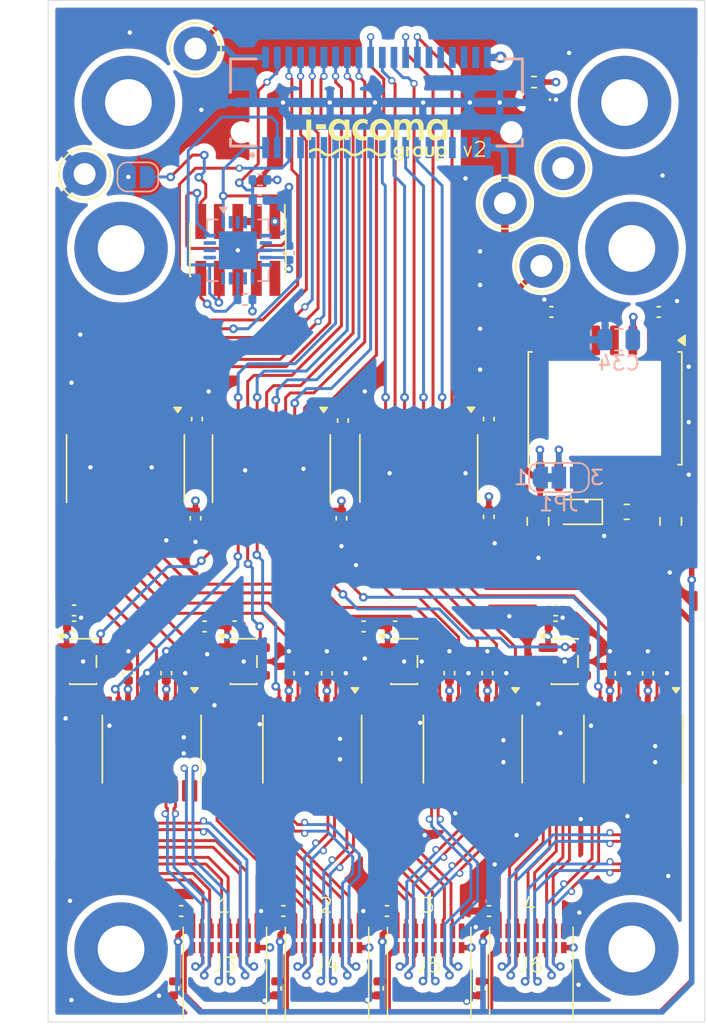
<source format=kicad_pcb>
(kicad_pcb
	(version 20241229)
	(generator "pcbnew")
	(generator_version "9.0")
	(general
		(thickness 1.6)
		(legacy_teardrops no)
	)
	(paper "A4")
	(layers
		(0 "F.Cu" signal)
		(4 "In1.Cu" signal)
		(6 "In2.Cu" signal)
		(2 "B.Cu" signal)
		(9 "F.Adhes" user "F.Adhesive")
		(11 "B.Adhes" user "B.Adhesive")
		(13 "F.Paste" user)
		(15 "B.Paste" user)
		(5 "F.SilkS" user "F.Silkscreen")
		(7 "B.SilkS" user "B.Silkscreen")
		(1 "F.Mask" user)
		(3 "B.Mask" user)
		(17 "Dwgs.User" user "User.Drawings")
		(19 "Cmts.User" user "User.Comments")
		(21 "Eco1.User" user "User.Eco1")
		(23 "Eco2.User" user "User.Eco2")
		(25 "Edge.Cuts" user)
		(27 "Margin" user)
		(31 "F.CrtYd" user "F.Courtyard")
		(29 "B.CrtYd" user "B.Courtyard")
		(35 "F.Fab" user)
		(33 "B.Fab" user)
		(39 "User.1" user)
		(41 "User.2" user)
		(43 "User.3" user)
		(45 "User.4" user)
		(47 "User.5" user)
		(49 "User.6" user)
		(51 "User.7" user)
		(53 "User.8" user)
		(55 "User.9" user)
	)
	(setup
		(stackup
			(layer "F.SilkS"
				(type "Top Silk Screen")
			)
			(layer "F.Paste"
				(type "Top Solder Paste")
			)
			(layer "F.Mask"
				(type "Top Solder Mask")
				(thickness 0.01)
			)
			(layer "F.Cu"
				(type "copper")
				(thickness 0.035)
			)
			(layer "dielectric 1"
				(type "prepreg")
				(thickness 0.1)
				(material "FR4")
				(epsilon_r 4.5)
				(loss_tangent 0.02)
			)
			(layer "In1.Cu"
				(type "copper")
				(thickness 0.035)
			)
			(layer "dielectric 2"
				(type "core")
				(thickness 1.24)
				(material "FR4")
				(epsilon_r 4.5)
				(loss_tangent 0.02)
			)
			(layer "In2.Cu"
				(type "copper")
				(thickness 0.035)
			)
			(layer "dielectric 3"
				(type "prepreg")
				(thickness 0.1)
				(material "FR4")
				(epsilon_r 4.5)
				(loss_tangent 0.02)
			)
			(layer "B.Cu"
				(type "copper")
				(thickness 0.035)
			)
			(layer "B.Mask"
				(type "Bottom Solder Mask")
				(thickness 0.01)
			)
			(layer "B.Paste"
				(type "Bottom Solder Paste")
			)
			(layer "B.SilkS"
				(type "Bottom Silk Screen")
			)
			(copper_finish "None")
			(dielectric_constraints no)
		)
		(pad_to_mask_clearance 0)
		(allow_soldermask_bridges_in_footprints no)
		(tenting front back)
		(pcbplotparams
			(layerselection 0x00000000_00000000_55555555_5755f5ff)
			(plot_on_all_layers_selection 0x00000000_00000000_00000000_00000000)
			(disableapertmacros no)
			(usegerberextensions no)
			(usegerberattributes yes)
			(usegerberadvancedattributes yes)
			(creategerberjobfile yes)
			(dashed_line_dash_ratio 12.000000)
			(dashed_line_gap_ratio 3.000000)
			(svgprecision 4)
			(plotframeref no)
			(mode 1)
			(useauxorigin no)
			(hpglpennumber 1)
			(hpglpenspeed 20)
			(hpglpendiameter 15.000000)
			(pdf_front_fp_property_popups yes)
			(pdf_back_fp_property_popups yes)
			(pdf_metadata yes)
			(pdf_single_document no)
			(dxfpolygonmode yes)
			(dxfimperialunits yes)
			(dxfusepcbnewfont yes)
			(psnegative no)
			(psa4output no)
			(plot_black_and_white yes)
			(sketchpadsonfab no)
			(plotpadnumbers no)
			(hidednponfab no)
			(sketchdnponfab yes)
			(crossoutdnponfab yes)
			(subtractmaskfromsilk no)
			(outputformat 1)
			(mirror no)
			(drillshape 0)
			(scaleselection 1)
			(outputdirectory "gerbers/")
		)
	)
	(property "ADDRESS1" "13500 SW 72nd Ave STE 100")
	(property "ADDRESS2" "Portland, OR  97223")
	(property "ADDRESS3" "217.391.3724")
	(property "ADDRESS4" "http://www.opalkelly.com")
	(property "DOCUMENTNUMBER" "xxx")
	(property "ORGANIZATION" "Opal Kelly")
	(property "PAGESETUP" "Record=PageOptions¦CenterHorizontal=True¦CenterVertical=True¦PrintScale=0.52¦XCorrection=1.00¦YCorrection=1.00¦PrintKind=0¦BorderSize=5000000¦LeftOffset=0¦BottomOffset=0¦Orientation=2¦PaperLength=1000¦PaperWidth=1000¦Scale=100¦PaperSource=7¦PrintQuality=-4¦MediaType=1¦DitherType=10¦PaperKind=Letter¦PrintScaleMode=1")
	(property "SHEETTOTAL" "1")
	(net 0 "")
	(net 1 "/szg_interface/R_GA")
	(net 2 "GND")
	(net 3 "+3.3V")
	(net 4 "Net-(D1-A)")
	(net 5 "/szg_interface/MCU_SDA_MOSI")
	(net 6 "/szg_interface/MCU_MISO")
	(net 7 "/szg_interface/MCU_RESET_B")
	(net 8 "/szg_interface/MCU_SCL_USCK")
	(net 9 "/szg_interface/S6_D2N")
	(net 10 "/szg_interface/S20")
	(net 11 "/szg_interface/S24")
	(net 12 "/szg_interface/S5_D3P")
	(net 13 "/szg_interface/P2C_CLKN")
	(net 14 "/szg_interface/S7_D3N")
	(net 15 "/szg_interface/S14_D6N")
	(net 16 "/szg_interface/S21")
	(net 17 "/szg_interface/C2P_CLKN")
	(net 18 "/szg_interface/S17")
	(net 19 "/szg_interface/S27")
	(net 20 "/szg_interface/S22")
	(net 21 "/szg_interface/S10_D4N")
	(net 22 "/szg_interface/C2P_CLKP")
	(net 23 "/szg_interface/S19")
	(net 24 "/szg_interface/S25")
	(net 25 "/szg_interface/S8_D4P")
	(net 26 "/szg_interface/S18")
	(net 27 "/szg_interface/S16")
	(net 28 "/szg_interface/S13_D7P")
	(net 29 "/szg_interface/S9_D5P")
	(net 30 "/szg_interface/RSVD_38")
	(net 31 "/szg_interface/RSVD_37")
	(net 32 "/szg_interface/S26")
	(net 33 "VIO")
	(net 34 "/szg_interface/S23")
	(net 35 "/szg_interface/P2C_CLKP")
	(net 36 "/szg_interface/S11_D5N")
	(net 37 "/szg_interface/S15_D7N")
	(net 38 "/szg_interface/S12_D6P")
	(net 39 "unconnected-(MH1-Pad1)")
	(net 40 "unconnected-(MH2-Pad1)")
	(net 41 "unconnected-(MH3-Pad1)")
	(net 42 "unconnected-(MH4-Pad1)")
	(net 43 "+5V")
	(net 44 "/lvds_interface/MISO1")
	(net 45 "/lvds_interface/MOSI1")
	(net 46 "/lvds_interface/SCLK")
	(net 47 "/lvds_interface/CS")
	(net 48 "/lvds_interface/MOSI2")
	(net 49 "/lvds_interface/MISO2")
	(net 50 "/lvds_interface1/MOSI1")
	(net 51 "/lvds_interface1/CS")
	(net 52 "/lvds_interface1/MOSI2")
	(net 53 "/lvds_interface1/MISO1")
	(net 54 "/lvds_interface1/SCLK")
	(net 55 "/lvds_interface1/MISO2")
	(net 56 "/lvds_interface2/MISO1")
	(net 57 "/lvds_interface2/MOSI2")
	(net 58 "/lvds_interface2/CS")
	(net 59 "/lvds_interface2/MOSI1")
	(net 60 "/lvds_interface2/SCLK")
	(net 61 "/lvds_interface2/MISO2")
	(net 62 "/lvds_interface3/MOSI1")
	(net 63 "/lvds_interface3/MOSI2")
	(net 64 "/lvds_interface3/SCLK")
	(net 65 "/lvds_interface3/MISO1")
	(net 66 "/lvds_interface3/CS")
	(net 67 "/lvds_interface3/MISO2")
	(net 68 "unconnected-(MH5-Pad1)")
	(net 69 "unconnected-(MH6-Pad1)")
	(net 70 "/szg_interface/S3_D1N")
	(net 71 "/szg_interface/S0_D0P")
	(net 72 "/szg_interface/S1_D1P")
	(net 73 "/szg_interface/S4_D2P")
	(net 74 "/szg_interface/S2_D0N")
	(net 75 "unconnected-(U1-PA2-Pad3)")
	(net 76 "unconnected-(U1-PA1-Pad4)")
	(net 77 "unconnected-(U1-PA7-Pad15)")
	(net 78 "unconnected-(U1-XTAL2{slash}PB1-Pad12)")
	(net 79 "unconnected-(U1-NC-Pad10)")
	(net 80 "unconnected-(U1-PA3-Pad2)")
	(net 81 "unconnected-(U1-NC-Pad6)")
	(net 82 "unconnected-(U1-NC-Pad19)")
	(net 83 "unconnected-(U1-XTAL1{slash}PB0-Pad11)")
	(net 84 "unconnected-(U1-NC-Pad17)")
	(net 85 "unconnected-(U1-PB2-Pad14)")
	(net 86 "unconnected-(U1-NC-Pad7)")
	(net 87 "unconnected-(U1-NC-Pad18)")
	(net 88 "/lvds_interface/MOSI1_N")
	(net 89 "/lvds_interface/SCLK_N")
	(net 90 "/lvds_interface/MISO2_P")
	(net 91 "/lvds_interface/SCLK_P")
	(net 92 "/lvds_interface/MOSI2_P")
	(net 93 "/lvds_interface/CS_P")
	(net 94 "/lvds_interface/MOSI2_N")
	(net 95 "/lvds_interface/MISO1_N")
	(net 96 "/lvds_interface/MOSI1_P")
	(net 97 "/lvds_interface/MISO1_P")
	(net 98 "/lvds_interface/CS_N")
	(net 99 "/lvds_interface/MISO2_N")
	(net 100 "/lvds_interface1/SCLK_N")
	(net 101 "/lvds_interface1/CS_N")
	(net 102 "/lvds_interface1/MISO1_N")
	(net 103 "/lvds_interface1/MOSI2_N")
	(net 104 "/lvds_interface1/MISO2_P")
	(net 105 "/lvds_interface1/MISO2_N")
	(net 106 "/lvds_interface1/MOSI2_P")
	(net 107 "/lvds_interface1/CS_P")
	(net 108 "/lvds_interface1/MOSI1_N")
	(net 109 "/lvds_interface1/MISO1_P")
	(net 110 "/lvds_interface1/SCLK_P")
	(net 111 "/lvds_interface1/MOSI1_P")
	(net 112 "/lvds_interface2/MISO2_N")
	(net 113 "/lvds_interface2/CS_N")
	(net 114 "/lvds_interface2/MISO1_N")
	(net 115 "/lvds_interface2/MOSI1_N")
	(net 116 "/lvds_interface2/MISO2_P")
	(net 117 "/lvds_interface2/MOSI1_P")
	(net 118 "/lvds_interface2/MOSI2_N")
	(net 119 "/lvds_interface2/SCLK_P")
	(net 120 "/lvds_interface2/MOSI2_P")
	(net 121 "/lvds_interface2/SCLK_N")
	(net 122 "/lvds_interface2/MISO1_P")
	(net 123 "/lvds_interface2/CS_P")
	(net 124 "/lvds_interface3/MOSI1_N")
	(net 125 "/lvds_interface3/MISO2_N")
	(net 126 "/lvds_interface3/MOSI2_N")
	(net 127 "/lvds_interface3/CS_N")
	(net 128 "/lvds_interface3/MOSI2_P")
	(net 129 "/lvds_interface3/MISO1_N")
	(net 130 "/lvds_interface3/MOSI1_P")
	(net 131 "/lvds_interface3/MISO1_P")
	(net 132 "/lvds_interface3/SCLK_N")
	(net 133 "/lvds_interface3/CS_P")
	(net 134 "/lvds_interface3/SCLK_P")
	(net 135 "/lvds_interface3/MISO2_P")
	(net 136 "Net-(U13-VREF)")
	(net 137 "Net-(U13-SS)")
	(net 138 "-5V")
	(net 139 "Net-(JP1-C)")
	(net 140 "unconnected-(U13-N.C.-Pad4)")
	(net 141 "unconnected-(U13-CC-Pad8)")
	(net 142 "unconnected-(U13-N.C.-Pad5)")
	(net 143 "unconnected-(U13-N.C.-Pad6)")
	(net 144 "unconnected-(J7-Pin_2-Pad2)")
	(net 145 "Net-(J7-Pin_9)")
	(net 146 "unconnected-(J7-Pin_7-Pad7)")
	(net 147 "Net-(D3-K)")
	(footprint "Capacitor_SMD:C_0402_1005Metric" (layer "F.Cu") (at 135.52 123.2 180))
	(footprint "Capacitor_SMD:C_0402_1005Metric" (layer "F.Cu") (at 142.9 106.9125 90))
	(footprint "Capacitor_SMD:C_0402_1005Metric" (layer "F.Cu") (at 139.18 103.6925))
	(footprint "Package_TO_SOT_SMD:SOT-23-5" (layer "F.Cu") (at 161.8 106.1))
	(footprint "Capacitor_SMD:C_0402_1005Metric" (layer "F.Cu") (at 145.5 106.9125 90))
	(footprint "Capacitor_SMD:C_0402_1005Metric" (layer "F.Cu") (at 156.62 123.2 180))
	(footprint "LED_SMD:LED_0402_1005Metric" (layer "F.Cu") (at 159.7 67.6 180))
	(footprint "Capacitor_SMD:C_0402_1005Metric" (layer "F.Cu") (at 149 128.5 90))
	(footprint "Inductor_SMD:L_0603_1608Metric" (layer "F.Cu") (at 166.052501 95.85 180))
	(footprint "Package_SO:TSSOP-24_4.4x7.8mm_P0.65mm" (layer "F.Cu") (at 131.7 92.8875 -90))
	(footprint "Capacitor_SMD:C_0402_1005Metric" (layer "F.Cu") (at 156.6 89.4875 -90))
	(footprint "Capacitor_SMD:C_0402_1005Metric" (layer "F.Cu") (at 136.6 89.4875 -90))
	(footprint "Capacitor_SMD:C_0805_2012Metric" (layer "F.Cu") (at 169.065 96.499999 -90))
	(footprint "Package_SO:TSSOP-20_4.4x6.5mm_P0.65mm" (layer "F.Cu") (at 133.5 112.1 -90))
	(footprint "Capacitor_SMD:C_0402_1005Metric" (layer "F.Cu") (at 137.12 103.7 180))
	(footprint "Capacitor_SMD:C_0402_1005Metric" (layer "F.Cu") (at 156.5 106.9 90))
	(footprint "Capacitor_SMD:C_0402_1005Metric" (layer "F.Cu") (at 161.18 102.6))
	(footprint "Capacitor_SMD:C_0402_1005Metric" (layer "F.Cu") (at 168.245 82.15))
	(footprint "TestPoint:TestPoint_THTPad_D3.0mm_Drill1.5mm" (layer "F.Cu") (at 160.2 79 -90))
	(footprint "Diode_SMD:D_SOD-323F" (layer "F.Cu") (at 162.765 95.85 180))
	(footprint "MountingHole:MountingHole_3.2mm_M3_Pad" (layer "F.Cu") (at 131.4 77.8))
	(footprint "Package_TO_SOT_SMD:SOT-23-5" (layer "F.Cu") (at 128.8 106.1))
	(footprint "Capacitor_SMD:C_0402_1005Metric" (layer "F.Cu") (at 149.62 123.2 180))
	(footprint "Capacitor_SMD:C_0402_1005Metric" (layer "F.Cu") (at 146.5 96.2875 -90))
	(footprint "Capacitor_SMD:C_0402_1005Metric" (layer "F.Cu") (at 136.5 96.2875 -90))
	(footprint "Capacitor_SMD:C_0402_1005Metric" (layer "F.Cu") (at 150.18 103.7))
	(footprint "lvds-conn:A79633" (layer "F.Cu") (at 138.5 125.2))
	(footprint "Capacitor_SMD:C_0402_1005Metric" (layer "F.Cu") (at 128.18 103.7))
	(footprint "Capacitor_SMD:C_0402_1005Metric" (layer "F.Cu") (at 142.52 123.2 180))
	(footprint "lvds-conn:A79633"
		(layer "F.Cu")
		(uuid "5f90aaeb-bafa-41ce-b1e5-2889ac3d7680")
		(at 145.5 125.2)
		(property "Reference" "J4"
			(at 0 1.7004 0)
			(unlocked yes)
			(layer "F.SilkS")
			(uuid "b8c8c551-4038-4a12-bccd-3e3f0f7b9780")
			(effects
				(font
					(size 1 1)
					(thickness 0.1)
				)
			)
		)
		(property "Value" "Conn_02x08_Row_Letter_First"
			(at 0 3.2004 0)
			(unlocked yes)
			(layer "F.Fab")
			(uuid "b5ab7e6f-20ad-4bc6-b1d5-93f7266e95b6")
			(effects
				(font
					(size 1 1)
					(thickness 0.15)
				)
			)
		)
		(property "Datasheet" "~"
			(at -0.0508 2.159 0)
			(unlocked yes)
			(layer "F.Fab")
			(hide yes)
			(uuid "0c6b1bed-9dc1-4783-a0e2-c917ab4e24c6")
			(effects
				(font
					(size 1 1)
					(thickness 0.15)
				)
			)
		)
		(property "Description" "Generic connector, double row, 02x08, row letter first pin numbering scheme (pin number consists of a letter for the row and a number for the pin index in this row. a1, ..., aN; b1, ..., bN), script generated (kicad-library-utils/schlib/autogen/connector/)"
			(at -0.0508 2.159 0)
			(unlocked yes)
			(layer "F.Fab")
			(hide yes)
			(uuid "119284b5-508a-4335-a50f-afdd2727e58f")
			(effects
				(font
					(size 1 1)
					(thickness 0.15)
				)
			)
		)
		(property "CREATED_ON" ""
			(at 0 0 0)
			(unlocked yes)
			(layer "F.Fab")
			(hide yes)
			(uuid "a516fa68-9728-4f8b-91ef-afaab73ab630")
			(effects
				(font
					(size 1 1)
					(thickness 0.15)
				)
			)
		)
		(property "DATE" ""
			(at 0 0 0)
			(unlocked yes)
			(layer "F.Fab")
			(hide yes)
			(uuid "7323f576-ecdd-4ed4-9331-3c61a7d0be61")
			(effects
				(font
					(size 1 1)
					(thickness 0.15)
				)
			)
		)
		(property "DESCRIPTION" ""
			(at 0 0 0)
			(unlocked yes)
			(layer "F.Fab")
			(hide yes)
			(uuid "c6020ff7-0bd7-45ee-aeaa-fe5f36e8c23a")
			(effects
				(font
					(size 1 1)
					(thickness 0.15)
				)
			)
		)
		(property "ID" ""
			(at 0 0 0)
			(unlocked yes)
			(layer "F.Fab")
			(hide yes)
			(uuid "c9741118-5bae-41fd-8f3b-a82d9052a6be")
			(effects
				(font
					(size 1 1)
					(thickness 0.15)
				)
			)
		)
		(property "INVENTORY_PRICE" ""
			(at 0 0 0)
			(unlocked yes)
			(layer "F.Fab")
			(hide yes)
			(uuid "3f631cea-97c8-4537-9df4-0c79ea75c8be")
			(effects
				(font
					(size 1 1)
					(thickness 0.15)
				)
			)
		)
		(property "PARTTYPE" ""
			(at 0 0 0)
			(unlocked yes)
			(layer "F.Fab")
			(hide yes)
			(uuid "e79e93f9-a900-4239-9ea6-f70ce9f01094")
			(effects
				(font
					(size 1 1)
					(thickness 0.15)
				)
			)
		)
		(property "ROHS" ""
			(at 0 0 0)
			(unlocked yes)
			(layer "F.Fab")
			(hide yes)
			(uuid "f805dd90-da87-44bb-9371-0f4f3a971f70")
			(effects
				(font
					(size 1 1)
					(thickness 0.15)
				)
			)
		)
		(property ki_fp_filters "Connector*:*_2x??_*")
		(path "/5e0138bb-ca26-4bc1-bc73-ee5df4d8a2b2/d0b25f1e-6bae-4940-b9f8-5b52e2a51aee")
		(sheetname "/lvds_interface1/")
		(sheetfile "lvds-interface.kicad_sch")
		(attr smd)
		(fp_line
			(start -2.8448 -0.889)
			(end -2.8448 5.334)
			(stroke
				(width 0.1)
				(type default)
			)
			(layer "F.SilkS")
			(uuid "a2c43aec-2b85-4a3f-8d6c-3a42f5b784c9")
		)
		(fp_line
			(start 2.8702 5.334)
			(end 2.8702 -0.889)
			(stroke
				(width 0.1)
				(type default)
			)
			(layer "F.SilkS")
			(uuid "a2a89c7b-7b5e-4dc5-aded-68e8d0483c13")
		)
		(fp_rect
			(start -2.9718 -1.27)
			(end 2.9972 5.715)
			(stroke
				(width 0.0381)
				(type default)
			)
			(fill no)
			(layer "F.CrtYd")
			(uuid "ece7716e-0fc5-4852-b3d0-3e92ded8d5d9")
		)
		(fp_line
			(start -2.7178 2.921)
			(end -1.0668 1.27)
			(stroke
				(width 0.1)
				(type default)
			)
			(layer "F.Fab")
			(uuid "741f9e56-8329-4b54-a9d8-a6a04cde7bc6")
		)
		(fp_line
			(start -2.7178 5.461)
			(end 1.4732 1.27)
			(stroke
				(width 0.1)
				(type default)
			)
			(layer "F.Fab")
			(uuid "a5f15f32-cbb7-48b0-9a26-20d438303859")
		)
		(fp_line
			(start -2.3368 1.27)
			(end -2.7178 1.651)
			(stroke
				(width 0.1)
				(type default)
			)
			(layer "F.Fab")
			(uuid "a981e307-7409-4acf-8608-511b23ef236b")
		)
		(fp_line
			(start 0.2032 1.27)
			(end -2.7178 4.191)
			(stroke
				(width 0.1)
				(type default)
			)
			(layer "F.Fab")
			(uuid "9c935c5d-dc46-4298-a107-268bf8c4c7e4")
		)
		(fp_line
			(start 1.0922 5.588)
			(end 2.7432 3.937)
			(stroke
				(width 0.1)
				(type default)
			)
			(layer "F.Fab")
			(uuid "b50bd651-5818-47bd-9b0a-0532b9dd20a5")
		)
		(fp_line
			(start 2.7432 1.27)
			(end -1.5748 5.588)
			(stroke
				(width 0.1)
				(type default)
			)
			(layer "F.Fab")
			(uuid "2ff4ebb8-f28e-407a-9d4e-fde2114ed3a8")
		)
		(fp_line
			(start 2.7432 2.54)
			(end -0.3048 5.588)
			(stroke
				(width 0.1)
				(type default)
			)
			(layer "F.Fab")
			(uuid "f08711d0-83c5-4068-a48b-3e07ae859e16")
		)
		(fp_line
			(start 2.7432 5.207)
			(end 2.3622 5.588)
			(stroke
				(width 0.1)
				(type default)
			)
			(layer "F.Fab")
			(uuid "1d9b1879-41b9-41ac-8818-ff00d5ca4aaa")
		)
		(fp_rect
			(start -2.7178 1.27)
			(end 2.7432 5.588)
			(stroke
				(width 0.1)
				(type solid)
			)
			(fill no)
			(layer "F.Fab")
			(uuid "555928c4-1de8-4aa3-ac18-27443546387b")
		)
		(fp_text user "${REFERENCE}"
			(at 0 4.7004 0)
			(unlocked yes)
			(layer "F.Fab")
			(uuid "7a08443a-ba5e-462b-8fa8-602ca8039f09")
			(effects
				(font
					(size 1 1)
					(thickness 0.15)
				)
			)
		)
		(pad "a1" smd rect
			(at -2.2098 -0.635)
			(size 0.381 1.016)
			(layers "F.Cu" "F.Mask" "F.Paste")
			(net 43 "+5V")
			(pinfunction "Pin_a1")
			(pintype "passive")
			(uuid "96e54bba-0f4a-4d6f-ab3c-e92382b698ce")
		)
		(pad "a2" smd rect
			(at -1.5748 -0.635)
			(size 0.381 1.016)
			(layers "F.Cu" "F.Mask" "F.Paste")
			(net 104 "/lvds_interface1/MISO2_P")
			(pinfunction "Pin_a2")
			(pintype "passive")
			(uuid "83c92b01-585b-49fc-b298-09cb94753f6f")
		)
		(pad "a3" smd rect
			(at -0.9398 -0.635)
			(size 0.381 1.016)
			(layers "F.Cu" "F.Mask" "F.Paste")
			(net 105 "/lvds_interface1/MISO2_N")
			(pinfunction "Pin_a3")
			(pintype "passive")
			(uuid "c29c4865-6160-444f-9824-6ce95e738da4")
		)
		(pad "a4" smd rect
			(at -0.3048 -0.635)
			(size 0.381 1.016)
			(layers "F.Cu" "F.Mask" "F.Paste")
			(net 106 "/lvds_interface1/MOSI2_P")
			(pinfunction "Pin_a4")
			(pintype "passive")
			(uuid "147bfddb-0bbe-4b40-be70-d268bf38d158")
		)
		(pad "a5" smd rect
			(at 0.3302 -0.635)
			(size 0.381 1.016)
			(layers "F.Cu" "F.Mask" "F.Paste")
			(net 103 "/lvds_interface1/MOSI2_N")
			(pinfunction "Pin_a5")
			(pintype "passive")
			(uuid "7e8152b2-6e77-47f4-b59b-b129ad6cd9c0")
		)
		(pad "a6" smd rect
			(at 0.9652 -0.635)
			(size 0.381 1.016)
			(layers "F.Cu" "F.Mask" "F.Paste")
			(net 107 "/lvds_interface1/CS_P")
			(pinfunction "Pin_a6")
			(pintype "passive")
			(uuid "3f1f6359-8ada-4901-91cb-fce958fb6055")
		)
		(pad "a7" smd rect
			(at 1.6002 -0.635)
			(size 0.381 1.016)
			(layers "F.Cu" "F.Mask" "F.Paste")
			(net 101 "/lvds_interface1/CS_N")
			(pinfunction "Pin_a7")
			(pintype "passive")
			(uuid "e8db1602-e8aa-4594-82b6-6559e8e5078a")
		)
		(pad "a8" smd rect
			(at 2.2352 -0.635)
			(size 0.381 1.016)
			(layers "F.Cu" "F.Mask" "F.Paste")
			(net 2 "GND")
			(pinfunction "Pin_a8")
			(pintype "passive")
			(uuid "0ac0cc71-e163-4397-b29c-249624068fb0")
		)
		(pad "b1" smd rect
			(at -2.2098 0.508)
			(size 0.381 0.762)
			(layers "F.Cu" "F.Mask" "F.Paste")
			(net 138 "-5V")
			(pinfunction "Pin_b1")
			(pintype "passive")
			(uuid "0ade03a8-880b-4802-bad0-4a7fc6434b1e")
		)
		(pad "b2" smd rect
			(at -1.5748 0.508)
			(size 0.381 0.762)
			(layers "F.Cu" "F.Mask" "F.Paste")
			(net 100 "/lvds_interface1/SCLK_N")
			(pinfunction "Pin_b2")
			(pintype "passive")
			(uuid "568d8951-6060-4575-be9d-4ae93f97c884")
		)
		(pad "b3" smd rect
			(at -0.9398 0.508)
			(size 0.381 0.762)
			(layers "F.Cu" "F.Mask" "F.Paste")
			(net 110 "/lvds_interface1/SC
... [1469148 chars truncated]
</source>
